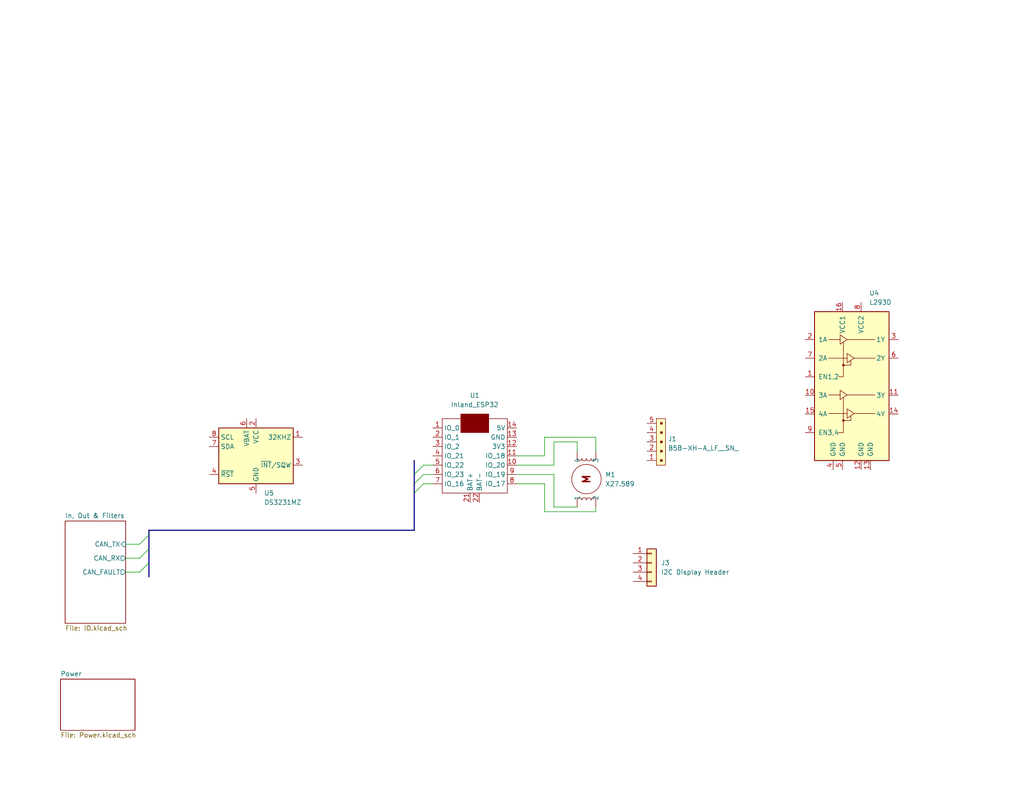
<source format=kicad_sch>
(kicad_sch (version 20231120) (generator "eeschema") (generator_version "8.0")
  (paper "USLetter")
  (title_block (title "MotoSPD") (date "2022-04-05") (rev "A") (company "lazy8.io"))
  (lib_symbols
    (symbol "Connector_Generic:Conn_01x04" (pin_names (offset 1.016) hide)
      (property "Reference" "J" (at 0 5.08 0))
      (property "Value" "Conn_01x04" (at 0 -7.62 0))
      (symbol "Conn_01x04_1_1"
        (rectangle (start -1.27 -4.953) (end 0 -5.207) (stroke (width 0.1524)))
        (rectangle (start -1.27 -2.413) (end 0 -2.667) (stroke (width 0.1524)))
        (rectangle (start -1.27 0.127) (end 0 -0.127) (stroke (width 0.1524)))
        (rectangle (start -1.27 2.667) (end 0 2.413) (stroke (width 0.1524)))
        (rectangle (start -1.27 3.81) (end 1.27 -6.35) (stroke (width 0.254)) (fill (type background)))
        (pin passive line (at -5.08 2.54 0) (length 3.81) (name "Pin_1") (number "1"))
        (pin passive line (at -5.08 0 0) (length 3.81) (name "Pin_2") (number "2"))
        (pin passive line (at -5.08 -2.54 0) (length 3.81) (name "Pin_3") (number "3"))
        (pin passive line (at -5.08 -5.08 0) (length 3.81) (name "Pin_4") (number "4"))
      )
    )
    (symbol "Driver_Motor:L293D" (pin_names (offset 1.016))
      (property "Reference" "U" (at -5.08 26.035 0))
      (property "Value" "L293D" (at -5.08 24.13 0))
      (symbol "L293D_0_1"
        (rectangle (start -10.16 22.86) (end 10.16 -17.78) (stroke (width 0.254)) (fill (type background)))
        (circle (center -2.286 -6.858) (radius 0.254) (fill (type outline)))
        (circle (center -2.286 8.255) (radius 0.254) (fill (type outline)))
        (polyline (pts (xy -6.35 -4.953) (xy -1.27 -4.953)))
        (polyline (pts (xy -6.35 0.127) (xy -3.175 0.127)))
        (polyline (pts (xy -6.35 10.16) (xy -1.27 10.16)))
        (polyline (pts (xy -6.35 15.24) (xy -3.175 15.24)))
        (polyline (pts (xy -1.27 0.127) (xy 6.35 0.127)))
        (polyline (pts (xy -1.27 15.24) (xy 6.35 15.24)))
        (polyline (pts (xy 0.635 -4.953) (xy 6.35 -4.953)))
        (polyline (pts (xy 0.635 10.16) (xy 6.35 10.16)))
        (polyline (pts (xy -2.286 -6.858) (xy -0.254 -6.858) (xy -0.254 -5.588)))
        (polyline (pts (xy -2.286 -0.635) (xy -2.286 -10.16) (xy -3.556 -10.16)))
        (polyline (pts (xy -2.286 8.255) (xy -0.254 8.255) (xy -0.254 9.525)))
        (polyline (pts (xy -2.286 14.478) (xy -2.286 5.08) (xy -3.556 5.08)))
        (polyline (pts (xy -3.175 1.397) (xy -3.175 -1.143) (xy -1.27 0.127) (xy -3.175 1.397)))
        (polyline (pts (xy -3.175 16.51) (xy -3.175 13.97) (xy -1.27 15.24) (xy -3.175 16.51)))
        (polyline (pts (xy -1.27 -3.683) (xy -1.27 -6.223) (xy 0.635 -4.953) (xy -1.27 -3.683)))
        (polyline (pts (xy -1.27 11.43) (xy -1.27 8.89) (xy 0.635 10.16) (xy -1.27 11.43)))
      )
      (symbol "L293D_1_1"
        (pin input line (at -12.7 5.08 0) (length 2.54) (name "EN1,2") (number "1"))
        (pin input line (at -12.7 0 0) (length 2.54) (name "3A") (number "10"))
        (pin output line (at 12.7 0 180) (length 2.54) (name "3Y") (number "11"))
        (pin power_in line (at 2.54 -20.32 90) (length 2.54) (name "GND") (number "12"))
        (pin power_in line (at 5.08 -20.32 90) (length 2.54) (name "GND") (number "13"))
        (pin output line (at 12.7 -5.08 180) (length 2.54) (name "4Y") (number "14"))
        (pin input line (at -12.7 -5.08 0) (length 2.54) (name "4A") (number "15"))
        (pin power_in line (at -2.54 25.4 270) (length 2.54) (name "VCC1") (number "16"))
        (pin input line (at -12.7 15.24 0) (length 2.54) (name "1A") (number "2"))
        (pin output line (at 12.7 15.24 180) (length 2.54) (name "1Y") (number "3"))
        (pin power_in line (at -5.08 -20.32 90) (length 2.54) (name "GND") (number "4"))
        (pin power_in line (at -2.54 -20.32 90) (length 2.54) (name "GND") (number "5"))
        (pin output line (at 12.7 10.16 180) (length 2.54) (name "2Y") (number "6"))
        (pin input line (at -12.7 10.16 0) (length 2.54) (name "2A") (number "7"))
        (pin power_in line (at 2.54 25.4 270) (length 2.54) (name "VCC2") (number "8"))
        (pin input line (at -12.7 -10.16 0) (length 2.54) (name "EN3,4") (number "9"))
      )
    )
    (symbol "Timer_RTC:DS3231MZ"
      (property "Reference" "U" (at -7.62 8.89 0))
      (property "Value" "DS3231MZ" (at 11.43 8.89 0))
      (symbol "DS3231MZ_0_1"
        (rectangle (start -10.16 7.62) (end 10.16 -7.62) (stroke (width 0.254)) (fill (type background)))
      )
      (symbol "DS3231MZ_1_1"
        (pin open_collector line (at 12.7 5.08 180) (length 2.54) (name "32KHZ") (number "1"))
        (pin power_in line (at 0 10.16 270) (length 2.54) (name "VCC") (number "2"))
        (pin open_collector line (at 12.7 -2.54 180) (length 2.54) (name "~{INT}/SQW") (number "3"))
        (pin bidirectional line (at -12.7 -5.08 0) (length 2.54) (name "~{RST}") (number "4"))
        (pin power_in line (at 0 -10.16 90) (length 2.54) (name "GND") (number "5"))
        (pin power_in line (at -2.54 10.16 270) (length 2.54) (name "VBAT") (number "6"))
        (pin bidirectional line (at -12.7 2.54 0) (length 2.54) (name "SDA") (number "7"))
        (pin input line (at -12.7 5.08 0) (length 2.54) (name "SCL") (number "8"))
      )
    )
    (symbol "X2x Steppers:X27.589" (pin_numbers hide)
      (property "Reference" "M1" (at 1.2212 -5.08 90))
      (property "Value" "X27.589" (at -1.3188 -5.08 90))
      (symbol "X27.589_0_0"
        (text "M" (at 0 0 0) (effects (font (size 2 2) (bold yes))))
      )
      (symbol "X27.589_0_1"
        (arc (start -5.7293 -2.5454) (mid -5.1164 -1.9104) (end -5.7293 -1.2754))
        (arc (start -5.7068 -1.2754) (mid -5.0939 -0.6404) (end -5.7068 -0.0054))
        (arc (start -5.7068 -0.0054) (mid -5.0939 0.6296) (end -5.7068 1.2646))
        (arc (start -5.7068 1.2646) (mid -5.0939 1.8996) (end -5.7068 2.5346))
        (polyline (pts (xy -6.35 -2.54) (xy -5.588 -2.54)))
        (polyline (pts (xy -6.35 2.54) (xy -5.6996 2.5344)))
        (polyline (pts (xy 5.588 -2.54) (xy 6.35 -2.54)))
        (polyline (pts (xy 5.6764 2.544) (xy 6.3268 2.5384)))
        (circle (center 0 0) (radius 4.0161))
        (arc (start 5.5946 -1.2768) (mid 4.9816 -1.9118) (end 5.5946 -2.5468))
        (arc (start 5.5946 -0.0068) (mid 4.9816 -0.6418) (end 5.5946 -1.2768))
        (arc (start 5.5946 1.2632) (mid 4.9816 0.6282) (end 5.5946 -0.0068))
        (arc (start 5.6171 2.5332) (mid 5.0046 1.8982) (end 5.6171 1.2632))
      )
      (symbol "X27.589_1_1"
        (pin passive line (at -7.62 2.54 0) (length 1.27) (name "1") (number "1"))
        (pin passive line (at -7.62 -2.54 0) (length 1.27) (name "2") (number "2"))
        (pin passive line (at 7.62 -2.54 180) (length 1.27) (name "3") (number "3"))
        (pin passive line (at 7.62 2.54 180) (length 1.27) (name "4") (number "4"))
      )
    )
    (symbol "dk_Rectangular-Connectors-Headers-Male-Pins:B5B-XH-A_LF__SN_" (pin_names (offset 1.016))
      (property "Reference" "J" (at -2.54 -1.27 0))
      (property "Value" "B5B-XH-A_LF__SN_" (at 5.08 -3.81 0))
      (symbol "B5B-XH-A_LF__SN__1_1"
        (rectangle (start -1.27 0) (end 11.43 -2.54) (fill (type background)))
        (rectangle (start -0.254 -1.143) (end 0.254 -1.651) (fill (type outline)))
        (rectangle (start 2.286 -1.143) (end 2.794 -1.651) (fill (type outline)))
        (rectangle (start 4.826 -1.143) (end 5.334 -1.651) (fill (type outline)))
        (rectangle (start 7.366 -1.143) (end 7.874 -1.651) (fill (type outline)))
        (rectangle (start 9.906 -1.143) (end 10.414 -1.651) (fill (type outline)))
        (pin passive line (at 0 2.54 270) (length 2.54) (name "~") (number "1"))
        (pin passive line (at 2.54 2.54 270) (length 2.54) (name "~") (number "2"))
        (pin passive line (at 5.08 2.54 270) (length 2.54) (name "~") (number "3"))
        (pin passive line (at 7.62 2.54 270) (length 2.54) (name "~") (number "4"))
        (pin passive line (at 10.16 2.54 270) (length 2.54) (name "~") (number "5"))
      )
    )
    (symbol "myESP32s:Xiao_ESP32-C6"
      (property "Reference" "U" (at 0 0 0))
      (symbol "Xiao_ESP32-C6_0_1"
        (rectangle (start 1.27 0) (end 19.05 -20.32))
      )
      (symbol "Xiao_ESP32-C6_1_0"
        (pin bidirectional line (at -1.27 -2.54 0) (length 2.54) (name "IO_0") (number "1"))
        (pin bidirectional line (at 21.59 -12.7 180) (length 2.54) (name "IO_20") (number "10"))
        (pin bidirectional line (at 21.59 -10.16 180) (length 2.54) (name "IO_18") (number "11"))
        (pin power_out line (at 21.59 -7.62 180) (length 2.54) (name "3V3") (number "12"))
        (pin power_in line (at 21.59 -5.08 180) (length 2.54) (name "GND") (number "13"))
        (pin power_in line (at 21.59 -2.54 180) (length 2.54) (name "5V") (number "14"))
        (pin bidirectional line (at 16.51 2.54 270) (length 2.54) hide (name "MTDO") (number "15"))
        (pin bidirectional line (at 13.97 2.54 270) (length 2.54) hide (name "MTCK") (number "16"))
        (pin bidirectional line (at 6.35 2.54 270) (length 2.54) hide (name "MTMS") (number "17"))
        (pin bidirectional line (at 3.81 2.54 270) (length 2.54) hide (name "MTDI") (number "18"))
        (pin bidirectional line (at 11.43 2.54 270) (length 2.54) hide (name "Reset") (number "19"))
        (pin bidirectional line (at -1.27 -5.08 0) (length 2.54) (name "IO_1") (number "2"))
        (pin passive line (at 8.89 2.54 270) (length 2.54) hide (name "BOOT") (number "20"))
        (pin power_in line (at 8.89 -22.86 90) (length 2.54) (name "BAT+") (number "21"))
        (pin power_in line (at 11.43 -22.86 90) (length 2.54) (name "BAT-") (number "22"))
        (pin bidirectional line (at -1.27 -7.62 0) (length 2.54) (name "IO_2") (number "3"))
        (pin bidirectional line (at -1.27 -10.16 0) (length 2.54) (name "IO_21") (number "4"))
        (pin bidirectional line (at -1.27 -12.7 0) (length 2.54) (name "IO_22") (number "5"))
        (pin bidirectional line (at -1.27 -15.24 0) (length 2.54) (name "IO_23") (number "6"))
        (pin bidirectional line (at -1.27 -17.78 0) (length 2.54) (name "IO_16") (number "7"))
        (pin bidirectional line (at 21.59 -17.78 180) (length 2.54) (name "IO_17") (number "8"))
        (pin bidirectional line (at 21.59 -15.24 180) (length 2.54) (name "IO_19") (number "9"))
      )
      (symbol "Xiao_ESP32-C6_1_1"
        (rectangle (start 6.35 1.27) (end 13.97 -3.81) (fill (type outline)))
      )
    )
  )
  (bus_entry (at 38.1 156.21) (size 2.54 -2.54))
  (bus_entry (at 115.57 127) (size -2.54 2.54))
  (bus_entry (at 115.57 129.54) (size -2.54 2.54))
  (bus_entry (at 115.57 132.08) (size -2.54 2.54))
  (bus_entry (at 38.1 152.4) (size 2.54 -2.54))
  (bus_entry (at 40.64 146.05) (size -2.54 2.54))
  (wire (pts (xy 34.29 156.21) (xy 38.1 156.21)))
  (bus (pts (xy 113.03 129.54) (xy 113.03 132.08)))
  (bus (pts (xy 40.64 144.78) (xy 113.03 144.78)))
  (wire (pts (xy 157.48 138.43) (xy 151.13 138.43)))
  (wire (pts (xy 115.57 129.54) (xy 118.11 129.54)))
  (wire (pts (xy 148.59 132.08) (xy 148.59 139.7)))
  (bus (pts (xy 113.03 134.62) (xy 113.03 144.78)))
  (wire (pts (xy 151.13 120.65) (xy 151.13 127)))
  (wire (pts (xy 34.29 152.4) (xy 38.1 152.4)))
  (wire (pts (xy 148.59 139.7) (xy 162.56 139.7)))
  (wire (pts (xy 115.57 132.08) (xy 118.11 132.08)))
  (wire (pts (xy 148.59 119.38) (xy 162.56 119.38)))
  (wire (pts (xy 115.57 127) (xy 118.11 127)))
  (bus (pts (xy 113.03 125.73) (xy 113.03 129.54)))
  (bus (pts (xy 113.03 132.08) (xy 113.03 134.62)))
  (wire (pts (xy 148.59 124.46) (xy 148.59 119.38)))
  (wire (pts (xy 157.48 120.65) (xy 151.13 120.65)))
  (wire (pts (xy 157.48 123.19) (xy 157.48 120.65)))
  (wire (pts (xy 151.13 138.43) (xy 151.13 129.54)))
  (wire (pts (xy 162.56 119.38) (xy 162.56 123.19)))
  (wire (pts (xy 34.29 148.59) (xy 38.1 148.59)))
  (wire (pts (xy 140.97 124.46) (xy 148.59 124.46)))
  (bus (pts (xy 40.64 146.05) (xy 40.64 149.86)))
  (wire (pts (xy 151.13 127) (xy 140.97 127)))
  (bus (pts (xy 40.64 144.78) (xy 40.64 146.05)))
  (wire (pts (xy 140.97 132.08) (xy 148.59 132.08)))
  (bus (pts (xy 40.64 149.86) (xy 40.64 153.67)))
  (bus (pts (xy 40.64 153.67) (xy 40.64 157.48)))
  (wire (pts (xy 162.56 139.7) (xy 162.56 138.43)))
  (wire (pts (xy 151.13 129.54) (xy 140.97 129.54)))
  (symbol (lib_id "Timer_RTC:DS3231MZ") (at 69.85 124.46 0) (unit 1)
    (property "Reference" "U5" (at 72.0441 134.62 0) (effects (justify left)))
    (property "Value" "DS3231MZ" (at 72.0441 137.16 0) (effects (justify left)))
    (property "Footprint" "Package_SO:SOIC-8_3.9x4.9mm_P1.27mm" (effects (hide yes)))
    (property "Datasheet" "http://datasheets.maximintegrated.com/en/ds/DS3231M.pdf" (effects (hide yes)))
    (property "Description" "±5ppm, I2C Real-Time Clock SOIC-8" (effects (hide yes)))
  )
  (symbol (lib_id "X2x Steppers:X27.589") (at 160.02 130.81 90) (unit 1)
    (property "Reference" "M1" (at 165.1 129.5888 90) (effects (justify right)))
    (property "Value" "X27.589" (at 165.1 132.1288 90) (effects (justify right)))
    (property "Footprint" "X2x:X27.589" (effects (hide yes)))
    (property "Datasheet" "https://jukenswisstech.com/JSTFiles/downloads/2011/06/X27_Flyer_v1.3.pdf" (effects (hide yes)))
  )
  (symbol (lib_id "Connector_Generic:Conn_01x04") (at 177.8 153.67 0) (unit 1)
    (property "Reference" "J3" (at 180.34 153.6699 0) (effects (justify left)))
    (property "Value" "I2C Display Header" (at 180.34 156.2099 0) (effects (justify left)))
    (property "Footprint" "Connector_PinHeader_2.54mm:PinHeader_1x04_P2.54mm_Vertical" (effects (hide yes)))
    (property "Description" "Generic connector, single row, 01x04, script generated (kicad-library-utils/schlib/autogen/connector/)" (effects (hide yes)))
  )
  (symbol (lib_id "Driver_Motor:L293D") (at 232.41 107.95 0) (unit 1)
    (property "Reference" "U4" (at 237.1441 80.01 0) (effects (justify left)))
    (property "Value" "L293D" (at 237.1441 82.55 0) (effects (justify left)))
    (property "Footprint" "Package_DIP:DIP-16_W7.62mm_SMDSocket_SmallPads" (effects (hide yes)))
    (property "Datasheet" "http://www.ti.com/lit/ds/symlink/l293.pdf" (effects (hide yes)))
  )
  (symbol (lib_id "dk_Rectangular-Connectors-Headers-Male-Pins:B5B-XH-A_LF__SN_") (at 179.07 125.73 90) (unit 1)
    (property "Reference" "J1" (at 182.245 119.8153 90) (effects (justify right)))
    (property "Value" "B5B-XH-A_LF__SN_" (at 182.245 122.3522 90) (effects (justify right)))
    (property "Footprint" "digikey-footprints:PinHeader_1x5_P2.5mm_Drill1.1mm" (effects (hide yes)))
    (property "Datasheet" "http://www.jst-mfg.com/product/pdf/eng/eXH.pdf" (effects (hide yes)))
    (property "Description" "CONN HEADER VERT 5POS 2.5MM" (effects (hide yes)))
    (property "Digi-Key_PN" "455-2270-ND" (effects (hide yes)))
    (property "MPN" "B5B-XH-A(LF)(SN)" (effects (hide yes)))
    (property "Category" "Connectors, Interconnects" (effects (hide yes)))
    (property "Family" "Rectangular Connectors - Headers, Male Pins" (effects (hide yes)))
    (property "DK_Datasheet_Link" "http://www.jst-mfg.com/product/pdf/eng/eXH.pdf" (effects (hide yes)))
    (property "DK_Detail_Page" "/product-detail/en/jst-sales-america-inc/B5B-XH-A(LF)(SN)/455-2270-ND/1530483" (effects (hide yes)))
    (property "Manufacturer" "JST Sales America Inc." (effects (hide yes)))
    (property "Status" "Active" (effects (hide yes)))
  )
  (symbol (lib_id "myESP32s:Xiao_ESP32-C6") (at 119.38 114.3 0) (unit 1)
    (property "Reference" "U1" (at 129.54 107.95 0))
    (property "Value" "Inland_ESP32" (at 129.54 110.49 0))
    (property "Footprint" "myESP32s:Xiao C6 SMD" (effects (hide yes)))
    (property "Datasheet" "https://wiki.seeedstudio.com/xiao_esp32c6_getting_started/#hardware-overview" (effects (hide yes)))
    (property "Description" "Seeed Studio Xiao ESP32-C6" (effects (hide yes)))
  )
  (sheet (at 16.51 185.42) (size 20.32 13.97) (stroke (width 0.1524))
    (property "Sheetname" "Power" (at 16.51 184.7084 0) (effects (justify left bottom)))
    (property "Sheetfile" "Power.kicad_sch" (at 16.51 199.9746 0) (effects (justify left top)))
  )
  (sheet (at 17.78 142.24) (size 16.51 27.94) (stroke (width 0.1524))
    (property "Sheetname" "In, Out & Filters" (at 17.78 141.5284 0) (effects (justify left bottom)))
    (property "Sheetfile" "IO.kicad_sch" (at 17.78 170.7646 0) (effects (justify left top)))
    (pin "CAN_TX" input (at 34.29 148.59 0))
    (pin "CAN_RX" output (at 34.29 152.4 0))
    (pin "CAN_FAULT" output (at 34.29 156.21 0))
  )
)
</source>
